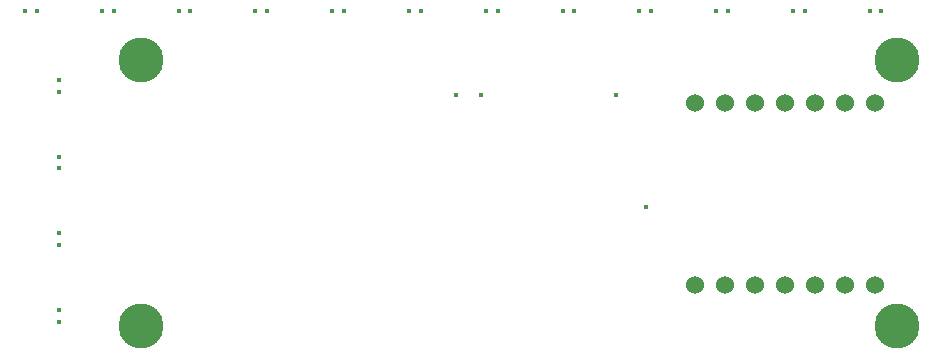
<source format=gbr>
%TF.GenerationSoftware,KiCad,Pcbnew,8.0.1*%
%TF.CreationDate,2025-02-03T01:20:01-05:00*%
%TF.ProjectId,glove-v3.1,676c6f76-652d-4763-932e-312e6b696361,rev?*%
%TF.SameCoordinates,Original*%
%TF.FileFunction,Copper,L4,Bot*%
%TF.FilePolarity,Positive*%
%FSLAX46Y46*%
G04 Gerber Fmt 4.6, Leading zero omitted, Abs format (unit mm)*
G04 Created by KiCad (PCBNEW 8.0.1) date 2025-02-03 01:20:01*
%MOMM*%
%LPD*%
G01*
G04 APERTURE LIST*
%TA.AperFunction,ComponentPad*%
%ADD10C,1.524000*%
%TD*%
%TA.AperFunction,ComponentPad*%
%ADD11C,3.800000*%
%TD*%
%TA.AperFunction,ViaPad*%
%ADD12C,0.450000*%
%TD*%
G04 APERTURE END LIST*
D10*
%TO.P,U1,1,PA02_A0_D0*%
%TO.N,unconnected-(U1-PA02_A0_D0-Pad1)*%
X176150000Y-38150000D03*
%TO.P,U1,2,PA4_A1_D1*%
%TO.N,unconnected-(U1-PA4_A1_D1-Pad2)*%
X173610000Y-38150000D03*
%TO.P,U1,3,PA10_A2_D2*%
%TO.N,/MUX_OUT*%
X171070000Y-38150000D03*
%TO.P,U1,4,PA11_A3_D3*%
%TO.N,unconnected-(U1-PA11_A3_D3-Pad4)*%
X168530000Y-38150000D03*
%TO.P,U1,5,PA8_A4_D4_SDA*%
%TO.N,/S2*%
X165990000Y-38150000D03*
%TO.P,U1,6,PA9_A5_D5_SCL*%
%TO.N,/S3*%
X163450000Y-38150000D03*
%TO.P,U1,7,PB08_A6_D6_TX*%
%TO.N,unconnected-(U1-PB08_A6_D6_TX-Pad7)*%
X160910000Y-38150000D03*
%TO.P,U1,8,PB09_A7_D7_RX*%
%TO.N,unconnected-(U1-PB09_A7_D7_RX-Pad8)*%
X160910000Y-53542400D03*
%TO.P,U1,9,PA7_A8_D8_SCK*%
%TO.N,Net-(U1-PA7_A8_D8_SCK)*%
X163450000Y-53542400D03*
%TO.P,U1,10,PA5_A9_D9_MISO*%
%TO.N,/S1*%
X165990000Y-53542400D03*
%TO.P,U1,11,PA6_A10_D10_MOSI*%
%TO.N,/S0*%
X168530000Y-53542400D03*
%TO.P,U1,12,3V3*%
%TO.N,+3V3*%
X171070000Y-53542400D03*
%TO.P,U1,13,GND*%
%TO.N,GND*%
X173610000Y-53542400D03*
%TO.P,U1,14,5V*%
%TO.N,unconnected-(U1-5V-Pad14)*%
X176150000Y-53542400D03*
%TD*%
D11*
%TO.P,REF\u002A\u002A,1*%
%TO.N,N/C*%
X114050000Y-34550000D03*
%TD*%
%TO.P,REF\u002A\u002A,1*%
%TO.N,N/C*%
X178050000Y-57050000D03*
%TD*%
%TO.P,REF\u002A\u002A,1*%
%TO.N,N/C*%
X114050000Y-57050000D03*
%TD*%
%TO.P,REF\u002A\u002A,1*%
%TO.N,N/C*%
X178050000Y-34550000D03*
%TD*%
D12*
%TO.N,GND*%
X107040000Y-49200000D03*
X105200000Y-30380000D03*
X170200000Y-30380000D03*
X131200000Y-30380000D03*
X118200000Y-30380000D03*
X107052500Y-55700000D03*
X107040000Y-36200000D03*
X157200000Y-30380000D03*
X144200000Y-30380000D03*
X107040000Y-42700000D03*
X176700000Y-30380000D03*
X124700000Y-30380000D03*
X154240000Y-37450000D03*
X150700000Y-30380000D03*
X163700000Y-30380000D03*
X140650000Y-37450000D03*
X111700000Y-30380000D03*
X137700000Y-30380000D03*
X156790000Y-46930000D03*
%TO.N,+3V3*%
X130200000Y-30380000D03*
X169200000Y-30380000D03*
X123700000Y-30380000D03*
X162700000Y-30380000D03*
X110700000Y-30380000D03*
X149700000Y-30380000D03*
X136700000Y-30380000D03*
X107040000Y-43700000D03*
X142810000Y-37450000D03*
X156200000Y-30380000D03*
X104200000Y-30380000D03*
X175700000Y-30380000D03*
X107040000Y-37200000D03*
X143200000Y-30380000D03*
X107040000Y-50200000D03*
X117200000Y-30380000D03*
X107052500Y-56700000D03*
%TD*%
M02*

</source>
